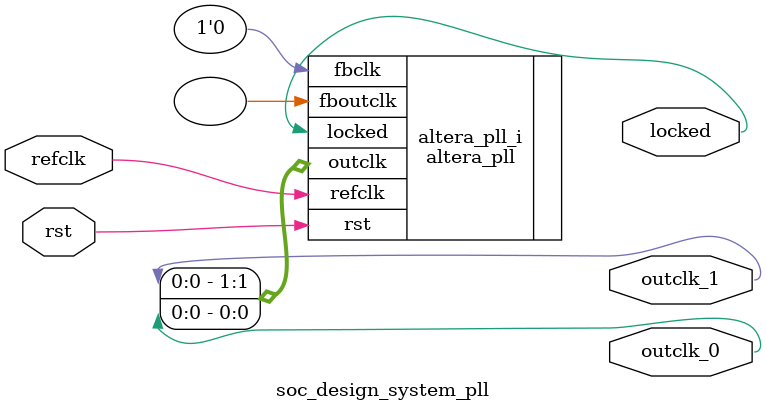
<source format=v>
`timescale 1ns/10ps
module  soc_design_system_pll(

	// interface 'refclk'
	input wire refclk,

	// interface 'reset'
	input wire rst,

	// interface 'outclk0'
	output wire outclk_0,

	// interface 'outclk1'
	output wire outclk_1,

	// interface 'locked'
	output wire locked
);

	altera_pll #(
		.fractional_vco_multiplier("false"),
		.reference_clock_frequency("50.0 MHz"),
		.operation_mode("direct"),
		.number_of_clocks(2),
		.output_clock_frequency0("100.000000 MHz"),
		.phase_shift0("0 ps"),
		.duty_cycle0(50),
		.output_clock_frequency1("100.000000 MHz"),
		.phase_shift1("8250 ps"),
		.duty_cycle1(50),
		.output_clock_frequency2("0 MHz"),
		.phase_shift2("0 ps"),
		.duty_cycle2(50),
		.output_clock_frequency3("0 MHz"),
		.phase_shift3("0 ps"),
		.duty_cycle3(50),
		.output_clock_frequency4("0 MHz"),
		.phase_shift4("0 ps"),
		.duty_cycle4(50),
		.output_clock_frequency5("0 MHz"),
		.phase_shift5("0 ps"),
		.duty_cycle5(50),
		.output_clock_frequency6("0 MHz"),
		.phase_shift6("0 ps"),
		.duty_cycle6(50),
		.output_clock_frequency7("0 MHz"),
		.phase_shift7("0 ps"),
		.duty_cycle7(50),
		.output_clock_frequency8("0 MHz"),
		.phase_shift8("0 ps"),
		.duty_cycle8(50),
		.output_clock_frequency9("0 MHz"),
		.phase_shift9("0 ps"),
		.duty_cycle9(50),
		.output_clock_frequency10("0 MHz"),
		.phase_shift10("0 ps"),
		.duty_cycle10(50),
		.output_clock_frequency11("0 MHz"),
		.phase_shift11("0 ps"),
		.duty_cycle11(50),
		.output_clock_frequency12("0 MHz"),
		.phase_shift12("0 ps"),
		.duty_cycle12(50),
		.output_clock_frequency13("0 MHz"),
		.phase_shift13("0 ps"),
		.duty_cycle13(50),
		.output_clock_frequency14("0 MHz"),
		.phase_shift14("0 ps"),
		.duty_cycle14(50),
		.output_clock_frequency15("0 MHz"),
		.phase_shift15("0 ps"),
		.duty_cycle15(50),
		.output_clock_frequency16("0 MHz"),
		.phase_shift16("0 ps"),
		.duty_cycle16(50),
		.output_clock_frequency17("0 MHz"),
		.phase_shift17("0 ps"),
		.duty_cycle17(50),
		.pll_type("General"),
		.pll_subtype("General")
	) altera_pll_i (
		.rst	(rst),
		.outclk	({outclk_1, outclk_0}),
		.locked	(locked),
		.fboutclk	( ),
		.fbclk	(1'b0),
		.refclk	(refclk)
	);
endmodule


</source>
